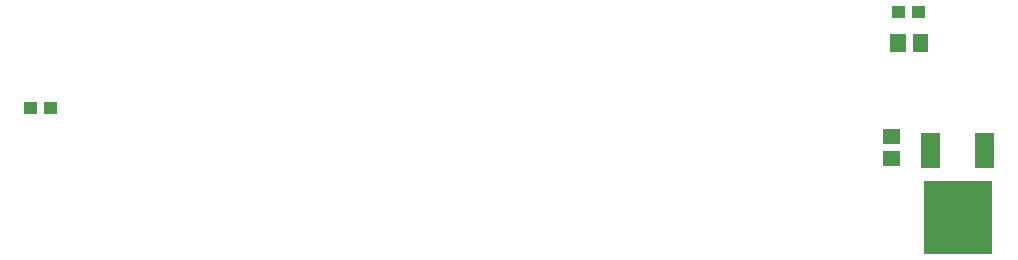
<source format=gbr>
G04 start of page 10 for group -4014 idx -4014 *
G04 Title: (unknown), bottompaste *
G04 Creator: pcb 20091103 *
G04 CreationDate: Wed 16 Nov 2011 10:52:43 GMT UTC *
G04 For: jeanmarc *
G04 Format: Gerber/RS-274X *
G04 PCB-Dimensions: 657480 551181 *
G04 PCB-Coordinate-Origin: lower left *
%MOIN*%
%FSLAX25Y25*%
%LNBACKPASTE*%
%ADD35R,0.0512X0.0512*%
%ADD36R,0.0394X0.0394*%
%ADD37R,0.0630X0.0630*%
%ADD38R,0.2280X0.2280*%
G54D37*X608433Y263825D02*Y258325D01*
X626433Y263825D02*Y258325D01*
G54D38*X617433Y239575D02*Y237975D01*
G54D36*X604298Y307181D02*X604692D01*
X597606D02*X598000D01*
G54D35*X594991Y258277D02*X595777D01*
X594991Y265757D02*X595777D01*
X597520Y297181D02*Y296395D01*
X605000Y297181D02*Y296395D01*
G54D36*X314936Y275189D02*X315330D01*
X308244D02*X308638D01*
M02*

</source>
